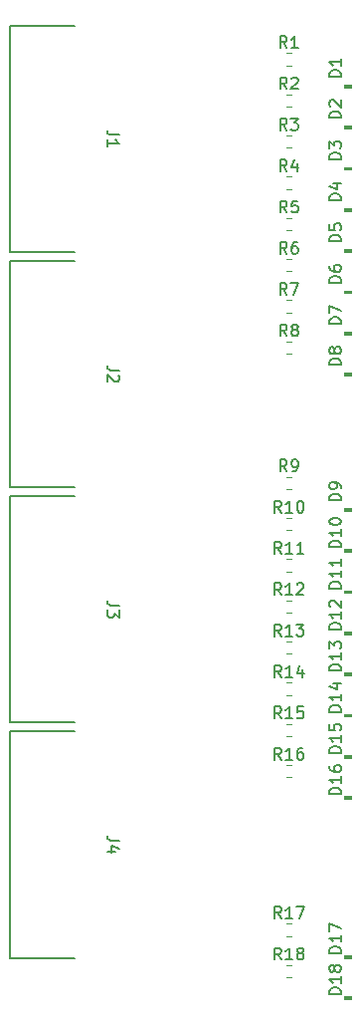
<source format=gbr>
%TF.GenerationSoftware,KiCad,Pcbnew,9.0.0*%
%TF.CreationDate,2025-03-09T10:14:36+03:00*%
%TF.ProjectId,PM_LED-18,504d5f4c-4544-42d3-9138-2e6b69636164,rev?*%
%TF.SameCoordinates,Original*%
%TF.FileFunction,Legend,Top*%
%TF.FilePolarity,Positive*%
%FSLAX46Y46*%
G04 Gerber Fmt 4.6, Leading zero omitted, Abs format (unit mm)*
G04 Created by KiCad (PCBNEW 9.0.0) date 2025-03-09 10:14:36*
%MOMM*%
%LPD*%
G01*
G04 APERTURE LIST*
%ADD10C,0.150000*%
%ADD11C,0.120000*%
%ADD12C,0.100000*%
%ADD13C,0.152400*%
G04 APERTURE END LIST*
D10*
X8833333Y23725181D02*
X8500000Y24201372D01*
X8261905Y23725181D02*
X8261905Y24725181D01*
X8261905Y24725181D02*
X8642857Y24725181D01*
X8642857Y24725181D02*
X8738095Y24677562D01*
X8738095Y24677562D02*
X8785714Y24629943D01*
X8785714Y24629943D02*
X8833333Y24534705D01*
X8833333Y24534705D02*
X8833333Y24391848D01*
X8833333Y24391848D02*
X8785714Y24296610D01*
X8785714Y24296610D02*
X8738095Y24248991D01*
X8738095Y24248991D02*
X8642857Y24201372D01*
X8642857Y24201372D02*
X8261905Y24201372D01*
X9738095Y24725181D02*
X9261905Y24725181D01*
X9261905Y24725181D02*
X9214286Y24248991D01*
X9214286Y24248991D02*
X9261905Y24296610D01*
X9261905Y24296610D02*
X9357143Y24344229D01*
X9357143Y24344229D02*
X9595238Y24344229D01*
X9595238Y24344229D02*
X9690476Y24296610D01*
X9690476Y24296610D02*
X9738095Y24248991D01*
X9738095Y24248991D02*
X9785714Y24153753D01*
X9785714Y24153753D02*
X9785714Y23915658D01*
X9785714Y23915658D02*
X9738095Y23820420D01*
X9738095Y23820420D02*
X9690476Y23772800D01*
X9690476Y23772800D02*
X9595238Y23725181D01*
X9595238Y23725181D02*
X9357143Y23725181D01*
X9357143Y23725181D02*
X9261905Y23772800D01*
X9261905Y23772800D02*
X9214286Y23820420D01*
X13454819Y-11714285D02*
X12454819Y-11714285D01*
X12454819Y-11714285D02*
X12454819Y-11476190D01*
X12454819Y-11476190D02*
X12502438Y-11333333D01*
X12502438Y-11333333D02*
X12597676Y-11238095D01*
X12597676Y-11238095D02*
X12692914Y-11190476D01*
X12692914Y-11190476D02*
X12883390Y-11142857D01*
X12883390Y-11142857D02*
X13026247Y-11142857D01*
X13026247Y-11142857D02*
X13216723Y-11190476D01*
X13216723Y-11190476D02*
X13311961Y-11238095D01*
X13311961Y-11238095D02*
X13407200Y-11333333D01*
X13407200Y-11333333D02*
X13454819Y-11476190D01*
X13454819Y-11476190D02*
X13454819Y-11714285D01*
X13454819Y-10190476D02*
X13454819Y-10761904D01*
X13454819Y-10476190D02*
X12454819Y-10476190D01*
X12454819Y-10476190D02*
X12597676Y-10571428D01*
X12597676Y-10571428D02*
X12692914Y-10666666D01*
X12692914Y-10666666D02*
X12740533Y-10761904D01*
X12550057Y-9809523D02*
X12502438Y-9761904D01*
X12502438Y-9761904D02*
X12454819Y-9666666D01*
X12454819Y-9666666D02*
X12454819Y-9428571D01*
X12454819Y-9428571D02*
X12502438Y-9333333D01*
X12502438Y-9333333D02*
X12550057Y-9285714D01*
X12550057Y-9285714D02*
X12645295Y-9238095D01*
X12645295Y-9238095D02*
X12740533Y-9238095D01*
X12740533Y-9238095D02*
X12883390Y-9285714D01*
X12883390Y-9285714D02*
X13454819Y-9857142D01*
X13454819Y-9857142D02*
X13454819Y-9238095D01*
X8357142Y-1774819D02*
X8023809Y-1298628D01*
X7785714Y-1774819D02*
X7785714Y-774819D01*
X7785714Y-774819D02*
X8166666Y-774819D01*
X8166666Y-774819D02*
X8261904Y-822438D01*
X8261904Y-822438D02*
X8309523Y-870057D01*
X8309523Y-870057D02*
X8357142Y-965295D01*
X8357142Y-965295D02*
X8357142Y-1108152D01*
X8357142Y-1108152D02*
X8309523Y-1203390D01*
X8309523Y-1203390D02*
X8261904Y-1251009D01*
X8261904Y-1251009D02*
X8166666Y-1298628D01*
X8166666Y-1298628D02*
X7785714Y-1298628D01*
X9309523Y-1774819D02*
X8738095Y-1774819D01*
X9023809Y-1774819D02*
X9023809Y-774819D01*
X9023809Y-774819D02*
X8928571Y-917676D01*
X8928571Y-917676D02*
X8833333Y-1012914D01*
X8833333Y-1012914D02*
X8738095Y-1060533D01*
X9928571Y-774819D02*
X10023809Y-774819D01*
X10023809Y-774819D02*
X10119047Y-822438D01*
X10119047Y-822438D02*
X10166666Y-870057D01*
X10166666Y-870057D02*
X10214285Y-965295D01*
X10214285Y-965295D02*
X10261904Y-1155771D01*
X10261904Y-1155771D02*
X10261904Y-1393866D01*
X10261904Y-1393866D02*
X10214285Y-1584342D01*
X10214285Y-1584342D02*
X10166666Y-1679580D01*
X10166666Y-1679580D02*
X10119047Y-1727200D01*
X10119047Y-1727200D02*
X10023809Y-1774819D01*
X10023809Y-1774819D02*
X9928571Y-1774819D01*
X9928571Y-1774819D02*
X9833333Y-1727200D01*
X9833333Y-1727200D02*
X9785714Y-1679580D01*
X9785714Y-1679580D02*
X9738095Y-1584342D01*
X9738095Y-1584342D02*
X9690476Y-1393866D01*
X9690476Y-1393866D02*
X9690476Y-1155771D01*
X9690476Y-1155771D02*
X9738095Y-965295D01*
X9738095Y-965295D02*
X9785714Y-870057D01*
X9785714Y-870057D02*
X9833333Y-822438D01*
X9833333Y-822438D02*
X9928571Y-774819D01*
X13454819Y31761906D02*
X12454819Y31761906D01*
X12454819Y31761906D02*
X12454819Y32000001D01*
X12454819Y32000001D02*
X12502438Y32142858D01*
X12502438Y32142858D02*
X12597676Y32238096D01*
X12597676Y32238096D02*
X12692914Y32285715D01*
X12692914Y32285715D02*
X12883390Y32333334D01*
X12883390Y32333334D02*
X13026247Y32333334D01*
X13026247Y32333334D02*
X13216723Y32285715D01*
X13216723Y32285715D02*
X13311961Y32238096D01*
X13311961Y32238096D02*
X13407200Y32142858D01*
X13407200Y32142858D02*
X13454819Y32000001D01*
X13454819Y32000001D02*
X13454819Y31761906D01*
X12550057Y32714287D02*
X12502438Y32761906D01*
X12502438Y32761906D02*
X12454819Y32857144D01*
X12454819Y32857144D02*
X12454819Y33095239D01*
X12454819Y33095239D02*
X12502438Y33190477D01*
X12502438Y33190477D02*
X12550057Y33238096D01*
X12550057Y33238096D02*
X12645295Y33285715D01*
X12645295Y33285715D02*
X12740533Y33285715D01*
X12740533Y33285715D02*
X12883390Y33238096D01*
X12883390Y33238096D02*
X13454819Y32666668D01*
X13454819Y32666668D02*
X13454819Y33285715D01*
X13454819Y28261906D02*
X12454819Y28261906D01*
X12454819Y28261906D02*
X12454819Y28500001D01*
X12454819Y28500001D02*
X12502438Y28642858D01*
X12502438Y28642858D02*
X12597676Y28738096D01*
X12597676Y28738096D02*
X12692914Y28785715D01*
X12692914Y28785715D02*
X12883390Y28833334D01*
X12883390Y28833334D02*
X13026247Y28833334D01*
X13026247Y28833334D02*
X13216723Y28785715D01*
X13216723Y28785715D02*
X13311961Y28738096D01*
X13311961Y28738096D02*
X13407200Y28642858D01*
X13407200Y28642858D02*
X13454819Y28500001D01*
X13454819Y28500001D02*
X13454819Y28261906D01*
X12454819Y29166668D02*
X12454819Y29785715D01*
X12454819Y29785715D02*
X12835771Y29452382D01*
X12835771Y29452382D02*
X12835771Y29595239D01*
X12835771Y29595239D02*
X12883390Y29690477D01*
X12883390Y29690477D02*
X12931009Y29738096D01*
X12931009Y29738096D02*
X13026247Y29785715D01*
X13026247Y29785715D02*
X13264342Y29785715D01*
X13264342Y29785715D02*
X13359580Y29738096D01*
X13359580Y29738096D02*
X13407200Y29690477D01*
X13407200Y29690477D02*
X13454819Y29595239D01*
X13454819Y29595239D02*
X13454819Y29309525D01*
X13454819Y29309525D02*
X13407200Y29214287D01*
X13407200Y29214287D02*
X13359580Y29166668D01*
X8833333Y1725181D02*
X8500000Y2201372D01*
X8261905Y1725181D02*
X8261905Y2725181D01*
X8261905Y2725181D02*
X8642857Y2725181D01*
X8642857Y2725181D02*
X8738095Y2677562D01*
X8738095Y2677562D02*
X8785714Y2629943D01*
X8785714Y2629943D02*
X8833333Y2534705D01*
X8833333Y2534705D02*
X8833333Y2391848D01*
X8833333Y2391848D02*
X8785714Y2296610D01*
X8785714Y2296610D02*
X8738095Y2248991D01*
X8738095Y2248991D02*
X8642857Y2201372D01*
X8642857Y2201372D02*
X8261905Y2201372D01*
X9309524Y1725181D02*
X9500000Y1725181D01*
X9500000Y1725181D02*
X9595238Y1772800D01*
X9595238Y1772800D02*
X9642857Y1820420D01*
X9642857Y1820420D02*
X9738095Y1963277D01*
X9738095Y1963277D02*
X9785714Y2153753D01*
X9785714Y2153753D02*
X9785714Y2534705D01*
X9785714Y2534705D02*
X9738095Y2629943D01*
X9738095Y2629943D02*
X9690476Y2677562D01*
X9690476Y2677562D02*
X9595238Y2725181D01*
X9595238Y2725181D02*
X9404762Y2725181D01*
X9404762Y2725181D02*
X9309524Y2677562D01*
X9309524Y2677562D02*
X9261905Y2629943D01*
X9261905Y2629943D02*
X9214286Y2534705D01*
X9214286Y2534705D02*
X9214286Y2296610D01*
X9214286Y2296610D02*
X9261905Y2201372D01*
X9261905Y2201372D02*
X9309524Y2153753D01*
X9309524Y2153753D02*
X9404762Y2106134D01*
X9404762Y2106134D02*
X9595238Y2106134D01*
X9595238Y2106134D02*
X9690476Y2153753D01*
X9690476Y2153753D02*
X9738095Y2201372D01*
X9738095Y2201372D02*
X9785714Y2296610D01*
X8833333Y30725181D02*
X8500000Y31201372D01*
X8261905Y30725181D02*
X8261905Y31725181D01*
X8261905Y31725181D02*
X8642857Y31725181D01*
X8642857Y31725181D02*
X8738095Y31677562D01*
X8738095Y31677562D02*
X8785714Y31629943D01*
X8785714Y31629943D02*
X8833333Y31534705D01*
X8833333Y31534705D02*
X8833333Y31391848D01*
X8833333Y31391848D02*
X8785714Y31296610D01*
X8785714Y31296610D02*
X8738095Y31248991D01*
X8738095Y31248991D02*
X8642857Y31201372D01*
X8642857Y31201372D02*
X8261905Y31201372D01*
X9166667Y31725181D02*
X9785714Y31725181D01*
X9785714Y31725181D02*
X9452381Y31344229D01*
X9452381Y31344229D02*
X9595238Y31344229D01*
X9595238Y31344229D02*
X9690476Y31296610D01*
X9690476Y31296610D02*
X9738095Y31248991D01*
X9738095Y31248991D02*
X9785714Y31153753D01*
X9785714Y31153753D02*
X9785714Y30915658D01*
X9785714Y30915658D02*
X9738095Y30820420D01*
X9738095Y30820420D02*
X9690476Y30772800D01*
X9690476Y30772800D02*
X9595238Y30725181D01*
X9595238Y30725181D02*
X9309524Y30725181D01*
X9309524Y30725181D02*
X9214286Y30772800D01*
X9214286Y30772800D02*
X9166667Y30820420D01*
X8833333Y27225181D02*
X8500000Y27701372D01*
X8261905Y27225181D02*
X8261905Y28225181D01*
X8261905Y28225181D02*
X8642857Y28225181D01*
X8642857Y28225181D02*
X8738095Y28177562D01*
X8738095Y28177562D02*
X8785714Y28129943D01*
X8785714Y28129943D02*
X8833333Y28034705D01*
X8833333Y28034705D02*
X8833333Y27891848D01*
X8833333Y27891848D02*
X8785714Y27796610D01*
X8785714Y27796610D02*
X8738095Y27748991D01*
X8738095Y27748991D02*
X8642857Y27701372D01*
X8642857Y27701372D02*
X8261905Y27701372D01*
X9690476Y27891848D02*
X9690476Y27225181D01*
X9452381Y28272800D02*
X9214286Y27558515D01*
X9214286Y27558515D02*
X9833333Y27558515D01*
X-5454820Y30333334D02*
X-6169105Y30333334D01*
X-6169105Y30333334D02*
X-6311962Y30380953D01*
X-6311962Y30380953D02*
X-6407200Y30476191D01*
X-6407200Y30476191D02*
X-6454820Y30619048D01*
X-6454820Y30619048D02*
X-6454820Y30714286D01*
X-6454820Y29333334D02*
X-6454820Y29904762D01*
X-6454820Y29619048D02*
X-5454820Y29619048D01*
X-5454820Y29619048D02*
X-5597677Y29714286D01*
X-5597677Y29714286D02*
X-5692915Y29809524D01*
X-5692915Y29809524D02*
X-5740534Y29904762D01*
X8357142Y-8774819D02*
X8023809Y-8298628D01*
X7785714Y-8774819D02*
X7785714Y-7774819D01*
X7785714Y-7774819D02*
X8166666Y-7774819D01*
X8166666Y-7774819D02*
X8261904Y-7822438D01*
X8261904Y-7822438D02*
X8309523Y-7870057D01*
X8309523Y-7870057D02*
X8357142Y-7965295D01*
X8357142Y-7965295D02*
X8357142Y-8108152D01*
X8357142Y-8108152D02*
X8309523Y-8203390D01*
X8309523Y-8203390D02*
X8261904Y-8251009D01*
X8261904Y-8251009D02*
X8166666Y-8298628D01*
X8166666Y-8298628D02*
X7785714Y-8298628D01*
X9309523Y-8774819D02*
X8738095Y-8774819D01*
X9023809Y-8774819D02*
X9023809Y-7774819D01*
X9023809Y-7774819D02*
X8928571Y-7917676D01*
X8928571Y-7917676D02*
X8833333Y-8012914D01*
X8833333Y-8012914D02*
X8738095Y-8060533D01*
X9690476Y-7870057D02*
X9738095Y-7822438D01*
X9738095Y-7822438D02*
X9833333Y-7774819D01*
X9833333Y-7774819D02*
X10071428Y-7774819D01*
X10071428Y-7774819D02*
X10166666Y-7822438D01*
X10166666Y-7822438D02*
X10214285Y-7870057D01*
X10214285Y-7870057D02*
X10261904Y-7965295D01*
X10261904Y-7965295D02*
X10261904Y-8060533D01*
X10261904Y-8060533D02*
X10214285Y-8203390D01*
X10214285Y-8203390D02*
X9642857Y-8774819D01*
X9642857Y-8774819D02*
X10261904Y-8774819D01*
X13454819Y-4714285D02*
X12454819Y-4714285D01*
X12454819Y-4714285D02*
X12454819Y-4476190D01*
X12454819Y-4476190D02*
X12502438Y-4333333D01*
X12502438Y-4333333D02*
X12597676Y-4238095D01*
X12597676Y-4238095D02*
X12692914Y-4190476D01*
X12692914Y-4190476D02*
X12883390Y-4142857D01*
X12883390Y-4142857D02*
X13026247Y-4142857D01*
X13026247Y-4142857D02*
X13216723Y-4190476D01*
X13216723Y-4190476D02*
X13311961Y-4238095D01*
X13311961Y-4238095D02*
X13407200Y-4333333D01*
X13407200Y-4333333D02*
X13454819Y-4476190D01*
X13454819Y-4476190D02*
X13454819Y-4714285D01*
X13454819Y-3190476D02*
X13454819Y-3761904D01*
X13454819Y-3476190D02*
X12454819Y-3476190D01*
X12454819Y-3476190D02*
X12597676Y-3571428D01*
X12597676Y-3571428D02*
X12692914Y-3666666D01*
X12692914Y-3666666D02*
X12740533Y-3761904D01*
X12454819Y-2571428D02*
X12454819Y-2476190D01*
X12454819Y-2476190D02*
X12502438Y-2380952D01*
X12502438Y-2380952D02*
X12550057Y-2333333D01*
X12550057Y-2333333D02*
X12645295Y-2285714D01*
X12645295Y-2285714D02*
X12835771Y-2238095D01*
X12835771Y-2238095D02*
X13073866Y-2238095D01*
X13073866Y-2238095D02*
X13264342Y-2285714D01*
X13264342Y-2285714D02*
X13359580Y-2333333D01*
X13359580Y-2333333D02*
X13407200Y-2380952D01*
X13407200Y-2380952D02*
X13454819Y-2476190D01*
X13454819Y-2476190D02*
X13454819Y-2571428D01*
X13454819Y-2571428D02*
X13407200Y-2666666D01*
X13407200Y-2666666D02*
X13359580Y-2714285D01*
X13359580Y-2714285D02*
X13264342Y-2761904D01*
X13264342Y-2761904D02*
X13073866Y-2809523D01*
X13073866Y-2809523D02*
X12835771Y-2809523D01*
X12835771Y-2809523D02*
X12645295Y-2761904D01*
X12645295Y-2761904D02*
X12550057Y-2714285D01*
X12550057Y-2714285D02*
X12502438Y-2666666D01*
X12502438Y-2666666D02*
X12454819Y-2571428D01*
X8357142Y-15774819D02*
X8023809Y-15298628D01*
X7785714Y-15774819D02*
X7785714Y-14774819D01*
X7785714Y-14774819D02*
X8166666Y-14774819D01*
X8166666Y-14774819D02*
X8261904Y-14822438D01*
X8261904Y-14822438D02*
X8309523Y-14870057D01*
X8309523Y-14870057D02*
X8357142Y-14965295D01*
X8357142Y-14965295D02*
X8357142Y-15108152D01*
X8357142Y-15108152D02*
X8309523Y-15203390D01*
X8309523Y-15203390D02*
X8261904Y-15251009D01*
X8261904Y-15251009D02*
X8166666Y-15298628D01*
X8166666Y-15298628D02*
X7785714Y-15298628D01*
X9309523Y-15774819D02*
X8738095Y-15774819D01*
X9023809Y-15774819D02*
X9023809Y-14774819D01*
X9023809Y-14774819D02*
X8928571Y-14917676D01*
X8928571Y-14917676D02*
X8833333Y-15012914D01*
X8833333Y-15012914D02*
X8738095Y-15060533D01*
X10166666Y-15108152D02*
X10166666Y-15774819D01*
X9928571Y-14727200D02*
X9690476Y-15441485D01*
X9690476Y-15441485D02*
X10309523Y-15441485D01*
X13454819Y10761906D02*
X12454819Y10761906D01*
X12454819Y10761906D02*
X12454819Y11000001D01*
X12454819Y11000001D02*
X12502438Y11142858D01*
X12502438Y11142858D02*
X12597676Y11238096D01*
X12597676Y11238096D02*
X12692914Y11285715D01*
X12692914Y11285715D02*
X12883390Y11333334D01*
X12883390Y11333334D02*
X13026247Y11333334D01*
X13026247Y11333334D02*
X13216723Y11285715D01*
X13216723Y11285715D02*
X13311961Y11238096D01*
X13311961Y11238096D02*
X13407200Y11142858D01*
X13407200Y11142858D02*
X13454819Y11000001D01*
X13454819Y11000001D02*
X13454819Y10761906D01*
X12883390Y11904763D02*
X12835771Y11809525D01*
X12835771Y11809525D02*
X12788152Y11761906D01*
X12788152Y11761906D02*
X12692914Y11714287D01*
X12692914Y11714287D02*
X12645295Y11714287D01*
X12645295Y11714287D02*
X12550057Y11761906D01*
X12550057Y11761906D02*
X12502438Y11809525D01*
X12502438Y11809525D02*
X12454819Y11904763D01*
X12454819Y11904763D02*
X12454819Y12095239D01*
X12454819Y12095239D02*
X12502438Y12190477D01*
X12502438Y12190477D02*
X12550057Y12238096D01*
X12550057Y12238096D02*
X12645295Y12285715D01*
X12645295Y12285715D02*
X12692914Y12285715D01*
X12692914Y12285715D02*
X12788152Y12238096D01*
X12788152Y12238096D02*
X12835771Y12190477D01*
X12835771Y12190477D02*
X12883390Y12095239D01*
X12883390Y12095239D02*
X12883390Y11904763D01*
X12883390Y11904763D02*
X12931009Y11809525D01*
X12931009Y11809525D02*
X12978628Y11761906D01*
X12978628Y11761906D02*
X13073866Y11714287D01*
X13073866Y11714287D02*
X13264342Y11714287D01*
X13264342Y11714287D02*
X13359580Y11761906D01*
X13359580Y11761906D02*
X13407200Y11809525D01*
X13407200Y11809525D02*
X13454819Y11904763D01*
X13454819Y11904763D02*
X13454819Y12095239D01*
X13454819Y12095239D02*
X13407200Y12190477D01*
X13407200Y12190477D02*
X13359580Y12238096D01*
X13359580Y12238096D02*
X13264342Y12285715D01*
X13264342Y12285715D02*
X13073866Y12285715D01*
X13073866Y12285715D02*
X12978628Y12238096D01*
X12978628Y12238096D02*
X12931009Y12190477D01*
X12931009Y12190477D02*
X12883390Y12095239D01*
X13454819Y-39214285D02*
X12454819Y-39214285D01*
X12454819Y-39214285D02*
X12454819Y-38976190D01*
X12454819Y-38976190D02*
X12502438Y-38833333D01*
X12502438Y-38833333D02*
X12597676Y-38738095D01*
X12597676Y-38738095D02*
X12692914Y-38690476D01*
X12692914Y-38690476D02*
X12883390Y-38642857D01*
X12883390Y-38642857D02*
X13026247Y-38642857D01*
X13026247Y-38642857D02*
X13216723Y-38690476D01*
X13216723Y-38690476D02*
X13311961Y-38738095D01*
X13311961Y-38738095D02*
X13407200Y-38833333D01*
X13407200Y-38833333D02*
X13454819Y-38976190D01*
X13454819Y-38976190D02*
X13454819Y-39214285D01*
X13454819Y-37690476D02*
X13454819Y-38261904D01*
X13454819Y-37976190D02*
X12454819Y-37976190D01*
X12454819Y-37976190D02*
X12597676Y-38071428D01*
X12597676Y-38071428D02*
X12692914Y-38166666D01*
X12692914Y-38166666D02*
X12740533Y-38261904D01*
X12454819Y-37357142D02*
X12454819Y-36690476D01*
X12454819Y-36690476D02*
X13454819Y-37119047D01*
X8357142Y-36274819D02*
X8023809Y-35798628D01*
X7785714Y-36274819D02*
X7785714Y-35274819D01*
X7785714Y-35274819D02*
X8166666Y-35274819D01*
X8166666Y-35274819D02*
X8261904Y-35322438D01*
X8261904Y-35322438D02*
X8309523Y-35370057D01*
X8309523Y-35370057D02*
X8357142Y-35465295D01*
X8357142Y-35465295D02*
X8357142Y-35608152D01*
X8357142Y-35608152D02*
X8309523Y-35703390D01*
X8309523Y-35703390D02*
X8261904Y-35751009D01*
X8261904Y-35751009D02*
X8166666Y-35798628D01*
X8166666Y-35798628D02*
X7785714Y-35798628D01*
X9309523Y-36274819D02*
X8738095Y-36274819D01*
X9023809Y-36274819D02*
X9023809Y-35274819D01*
X9023809Y-35274819D02*
X8928571Y-35417676D01*
X8928571Y-35417676D02*
X8833333Y-35512914D01*
X8833333Y-35512914D02*
X8738095Y-35560533D01*
X9642857Y-35274819D02*
X10309523Y-35274819D01*
X10309523Y-35274819D02*
X9880952Y-36274819D01*
X13454819Y-738094D02*
X12454819Y-738094D01*
X12454819Y-738094D02*
X12454819Y-499999D01*
X12454819Y-499999D02*
X12502438Y-357142D01*
X12502438Y-357142D02*
X12597676Y-261904D01*
X12597676Y-261904D02*
X12692914Y-214285D01*
X12692914Y-214285D02*
X12883390Y-166666D01*
X12883390Y-166666D02*
X13026247Y-166666D01*
X13026247Y-166666D02*
X13216723Y-214285D01*
X13216723Y-214285D02*
X13311961Y-261904D01*
X13311961Y-261904D02*
X13407200Y-357142D01*
X13407200Y-357142D02*
X13454819Y-499999D01*
X13454819Y-499999D02*
X13454819Y-738094D01*
X13454819Y309525D02*
X13454819Y500001D01*
X13454819Y500001D02*
X13407200Y595239D01*
X13407200Y595239D02*
X13359580Y642858D01*
X13359580Y642858D02*
X13216723Y738096D01*
X13216723Y738096D02*
X13026247Y785715D01*
X13026247Y785715D02*
X12645295Y785715D01*
X12645295Y785715D02*
X12550057Y738096D01*
X12550057Y738096D02*
X12502438Y690477D01*
X12502438Y690477D02*
X12454819Y595239D01*
X12454819Y595239D02*
X12454819Y404763D01*
X12454819Y404763D02*
X12502438Y309525D01*
X12502438Y309525D02*
X12550057Y261906D01*
X12550057Y261906D02*
X12645295Y214287D01*
X12645295Y214287D02*
X12883390Y214287D01*
X12883390Y214287D02*
X12978628Y261906D01*
X12978628Y261906D02*
X13026247Y309525D01*
X13026247Y309525D02*
X13073866Y404763D01*
X13073866Y404763D02*
X13073866Y595239D01*
X13073866Y595239D02*
X13026247Y690477D01*
X13026247Y690477D02*
X12978628Y738096D01*
X12978628Y738096D02*
X12883390Y785715D01*
X8833333Y16725181D02*
X8500000Y17201372D01*
X8261905Y16725181D02*
X8261905Y17725181D01*
X8261905Y17725181D02*
X8642857Y17725181D01*
X8642857Y17725181D02*
X8738095Y17677562D01*
X8738095Y17677562D02*
X8785714Y17629943D01*
X8785714Y17629943D02*
X8833333Y17534705D01*
X8833333Y17534705D02*
X8833333Y17391848D01*
X8833333Y17391848D02*
X8785714Y17296610D01*
X8785714Y17296610D02*
X8738095Y17248991D01*
X8738095Y17248991D02*
X8642857Y17201372D01*
X8642857Y17201372D02*
X8261905Y17201372D01*
X9166667Y17725181D02*
X9833333Y17725181D01*
X9833333Y17725181D02*
X9404762Y16725181D01*
X8357142Y-39774819D02*
X8023809Y-39298628D01*
X7785714Y-39774819D02*
X7785714Y-38774819D01*
X7785714Y-38774819D02*
X8166666Y-38774819D01*
X8166666Y-38774819D02*
X8261904Y-38822438D01*
X8261904Y-38822438D02*
X8309523Y-38870057D01*
X8309523Y-38870057D02*
X8357142Y-38965295D01*
X8357142Y-38965295D02*
X8357142Y-39108152D01*
X8357142Y-39108152D02*
X8309523Y-39203390D01*
X8309523Y-39203390D02*
X8261904Y-39251009D01*
X8261904Y-39251009D02*
X8166666Y-39298628D01*
X8166666Y-39298628D02*
X7785714Y-39298628D01*
X9309523Y-39774819D02*
X8738095Y-39774819D01*
X9023809Y-39774819D02*
X9023809Y-38774819D01*
X9023809Y-38774819D02*
X8928571Y-38917676D01*
X8928571Y-38917676D02*
X8833333Y-39012914D01*
X8833333Y-39012914D02*
X8738095Y-39060533D01*
X9880952Y-39203390D02*
X9785714Y-39155771D01*
X9785714Y-39155771D02*
X9738095Y-39108152D01*
X9738095Y-39108152D02*
X9690476Y-39012914D01*
X9690476Y-39012914D02*
X9690476Y-38965295D01*
X9690476Y-38965295D02*
X9738095Y-38870057D01*
X9738095Y-38870057D02*
X9785714Y-38822438D01*
X9785714Y-38822438D02*
X9880952Y-38774819D01*
X9880952Y-38774819D02*
X10071428Y-38774819D01*
X10071428Y-38774819D02*
X10166666Y-38822438D01*
X10166666Y-38822438D02*
X10214285Y-38870057D01*
X10214285Y-38870057D02*
X10261904Y-38965295D01*
X10261904Y-38965295D02*
X10261904Y-39012914D01*
X10261904Y-39012914D02*
X10214285Y-39108152D01*
X10214285Y-39108152D02*
X10166666Y-39155771D01*
X10166666Y-39155771D02*
X10071428Y-39203390D01*
X10071428Y-39203390D02*
X9880952Y-39203390D01*
X9880952Y-39203390D02*
X9785714Y-39251009D01*
X9785714Y-39251009D02*
X9738095Y-39298628D01*
X9738095Y-39298628D02*
X9690476Y-39393866D01*
X9690476Y-39393866D02*
X9690476Y-39584342D01*
X9690476Y-39584342D02*
X9738095Y-39679580D01*
X9738095Y-39679580D02*
X9785714Y-39727200D01*
X9785714Y-39727200D02*
X9880952Y-39774819D01*
X9880952Y-39774819D02*
X10071428Y-39774819D01*
X10071428Y-39774819D02*
X10166666Y-39727200D01*
X10166666Y-39727200D02*
X10214285Y-39679580D01*
X10214285Y-39679580D02*
X10261904Y-39584342D01*
X10261904Y-39584342D02*
X10261904Y-39393866D01*
X10261904Y-39393866D02*
X10214285Y-39298628D01*
X10214285Y-39298628D02*
X10166666Y-39251009D01*
X10166666Y-39251009D02*
X10071428Y-39203390D01*
X8357142Y-19274819D02*
X8023809Y-18798628D01*
X7785714Y-19274819D02*
X7785714Y-18274819D01*
X7785714Y-18274819D02*
X8166666Y-18274819D01*
X8166666Y-18274819D02*
X8261904Y-18322438D01*
X8261904Y-18322438D02*
X8309523Y-18370057D01*
X8309523Y-18370057D02*
X8357142Y-18465295D01*
X8357142Y-18465295D02*
X8357142Y-18608152D01*
X8357142Y-18608152D02*
X8309523Y-18703390D01*
X8309523Y-18703390D02*
X8261904Y-18751009D01*
X8261904Y-18751009D02*
X8166666Y-18798628D01*
X8166666Y-18798628D02*
X7785714Y-18798628D01*
X9309523Y-19274819D02*
X8738095Y-19274819D01*
X9023809Y-19274819D02*
X9023809Y-18274819D01*
X9023809Y-18274819D02*
X8928571Y-18417676D01*
X8928571Y-18417676D02*
X8833333Y-18512914D01*
X8833333Y-18512914D02*
X8738095Y-18560533D01*
X10214285Y-18274819D02*
X9738095Y-18274819D01*
X9738095Y-18274819D02*
X9690476Y-18751009D01*
X9690476Y-18751009D02*
X9738095Y-18703390D01*
X9738095Y-18703390D02*
X9833333Y-18655771D01*
X9833333Y-18655771D02*
X10071428Y-18655771D01*
X10071428Y-18655771D02*
X10166666Y-18703390D01*
X10166666Y-18703390D02*
X10214285Y-18751009D01*
X10214285Y-18751009D02*
X10261904Y-18846247D01*
X10261904Y-18846247D02*
X10261904Y-19084342D01*
X10261904Y-19084342D02*
X10214285Y-19179580D01*
X10214285Y-19179580D02*
X10166666Y-19227200D01*
X10166666Y-19227200D02*
X10071428Y-19274819D01*
X10071428Y-19274819D02*
X9833333Y-19274819D01*
X9833333Y-19274819D02*
X9738095Y-19227200D01*
X9738095Y-19227200D02*
X9690476Y-19179580D01*
X8357142Y-22774819D02*
X8023809Y-22298628D01*
X7785714Y-22774819D02*
X7785714Y-21774819D01*
X7785714Y-21774819D02*
X8166666Y-21774819D01*
X8166666Y-21774819D02*
X8261904Y-21822438D01*
X8261904Y-21822438D02*
X8309523Y-21870057D01*
X8309523Y-21870057D02*
X8357142Y-21965295D01*
X8357142Y-21965295D02*
X8357142Y-22108152D01*
X8357142Y-22108152D02*
X8309523Y-22203390D01*
X8309523Y-22203390D02*
X8261904Y-22251009D01*
X8261904Y-22251009D02*
X8166666Y-22298628D01*
X8166666Y-22298628D02*
X7785714Y-22298628D01*
X9309523Y-22774819D02*
X8738095Y-22774819D01*
X9023809Y-22774819D02*
X9023809Y-21774819D01*
X9023809Y-21774819D02*
X8928571Y-21917676D01*
X8928571Y-21917676D02*
X8833333Y-22012914D01*
X8833333Y-22012914D02*
X8738095Y-22060533D01*
X10166666Y-21774819D02*
X9976190Y-21774819D01*
X9976190Y-21774819D02*
X9880952Y-21822438D01*
X9880952Y-21822438D02*
X9833333Y-21870057D01*
X9833333Y-21870057D02*
X9738095Y-22012914D01*
X9738095Y-22012914D02*
X9690476Y-22203390D01*
X9690476Y-22203390D02*
X9690476Y-22584342D01*
X9690476Y-22584342D02*
X9738095Y-22679580D01*
X9738095Y-22679580D02*
X9785714Y-22727200D01*
X9785714Y-22727200D02*
X9880952Y-22774819D01*
X9880952Y-22774819D02*
X10071428Y-22774819D01*
X10071428Y-22774819D02*
X10166666Y-22727200D01*
X10166666Y-22727200D02*
X10214285Y-22679580D01*
X10214285Y-22679580D02*
X10261904Y-22584342D01*
X10261904Y-22584342D02*
X10261904Y-22346247D01*
X10261904Y-22346247D02*
X10214285Y-22251009D01*
X10214285Y-22251009D02*
X10166666Y-22203390D01*
X10166666Y-22203390D02*
X10071428Y-22155771D01*
X10071428Y-22155771D02*
X9880952Y-22155771D01*
X9880952Y-22155771D02*
X9785714Y-22203390D01*
X9785714Y-22203390D02*
X9738095Y-22251009D01*
X9738095Y-22251009D02*
X9690476Y-22346247D01*
X13454819Y-8214285D02*
X12454819Y-8214285D01*
X12454819Y-8214285D02*
X12454819Y-7976190D01*
X12454819Y-7976190D02*
X12502438Y-7833333D01*
X12502438Y-7833333D02*
X12597676Y-7738095D01*
X12597676Y-7738095D02*
X12692914Y-7690476D01*
X12692914Y-7690476D02*
X12883390Y-7642857D01*
X12883390Y-7642857D02*
X13026247Y-7642857D01*
X13026247Y-7642857D02*
X13216723Y-7690476D01*
X13216723Y-7690476D02*
X13311961Y-7738095D01*
X13311961Y-7738095D02*
X13407200Y-7833333D01*
X13407200Y-7833333D02*
X13454819Y-7976190D01*
X13454819Y-7976190D02*
X13454819Y-8214285D01*
X13454819Y-6690476D02*
X13454819Y-7261904D01*
X13454819Y-6976190D02*
X12454819Y-6976190D01*
X12454819Y-6976190D02*
X12597676Y-7071428D01*
X12597676Y-7071428D02*
X12692914Y-7166666D01*
X12692914Y-7166666D02*
X12740533Y-7261904D01*
X13454819Y-5738095D02*
X13454819Y-6309523D01*
X13454819Y-6023809D02*
X12454819Y-6023809D01*
X12454819Y-6023809D02*
X12597676Y-6119047D01*
X12597676Y-6119047D02*
X12692914Y-6214285D01*
X12692914Y-6214285D02*
X12740533Y-6309523D01*
X13454819Y14261906D02*
X12454819Y14261906D01*
X12454819Y14261906D02*
X12454819Y14500001D01*
X12454819Y14500001D02*
X12502438Y14642858D01*
X12502438Y14642858D02*
X12597676Y14738096D01*
X12597676Y14738096D02*
X12692914Y14785715D01*
X12692914Y14785715D02*
X12883390Y14833334D01*
X12883390Y14833334D02*
X13026247Y14833334D01*
X13026247Y14833334D02*
X13216723Y14785715D01*
X13216723Y14785715D02*
X13311961Y14738096D01*
X13311961Y14738096D02*
X13407200Y14642858D01*
X13407200Y14642858D02*
X13454819Y14500001D01*
X13454819Y14500001D02*
X13454819Y14261906D01*
X12454819Y15166668D02*
X12454819Y15833334D01*
X12454819Y15833334D02*
X13454819Y15404763D01*
X13454819Y35261906D02*
X12454819Y35261906D01*
X12454819Y35261906D02*
X12454819Y35500001D01*
X12454819Y35500001D02*
X12502438Y35642858D01*
X12502438Y35642858D02*
X12597676Y35738096D01*
X12597676Y35738096D02*
X12692914Y35785715D01*
X12692914Y35785715D02*
X12883390Y35833334D01*
X12883390Y35833334D02*
X13026247Y35833334D01*
X13026247Y35833334D02*
X13216723Y35785715D01*
X13216723Y35785715D02*
X13311961Y35738096D01*
X13311961Y35738096D02*
X13407200Y35642858D01*
X13407200Y35642858D02*
X13454819Y35500001D01*
X13454819Y35500001D02*
X13454819Y35261906D01*
X13454819Y36785715D02*
X13454819Y36214287D01*
X13454819Y36500001D02*
X12454819Y36500001D01*
X12454819Y36500001D02*
X12597676Y36404763D01*
X12597676Y36404763D02*
X12692914Y36309525D01*
X12692914Y36309525D02*
X12740533Y36214287D01*
X13454819Y24761906D02*
X12454819Y24761906D01*
X12454819Y24761906D02*
X12454819Y25000001D01*
X12454819Y25000001D02*
X12502438Y25142858D01*
X12502438Y25142858D02*
X12597676Y25238096D01*
X12597676Y25238096D02*
X12692914Y25285715D01*
X12692914Y25285715D02*
X12883390Y25333334D01*
X12883390Y25333334D02*
X13026247Y25333334D01*
X13026247Y25333334D02*
X13216723Y25285715D01*
X13216723Y25285715D02*
X13311961Y25238096D01*
X13311961Y25238096D02*
X13407200Y25142858D01*
X13407200Y25142858D02*
X13454819Y25000001D01*
X13454819Y25000001D02*
X13454819Y24761906D01*
X12788152Y26190477D02*
X13454819Y26190477D01*
X12407200Y25952382D02*
X13121485Y25714287D01*
X13121485Y25714287D02*
X13121485Y26333334D01*
X8833333Y13225181D02*
X8500000Y13701372D01*
X8261905Y13225181D02*
X8261905Y14225181D01*
X8261905Y14225181D02*
X8642857Y14225181D01*
X8642857Y14225181D02*
X8738095Y14177562D01*
X8738095Y14177562D02*
X8785714Y14129943D01*
X8785714Y14129943D02*
X8833333Y14034705D01*
X8833333Y14034705D02*
X8833333Y13891848D01*
X8833333Y13891848D02*
X8785714Y13796610D01*
X8785714Y13796610D02*
X8738095Y13748991D01*
X8738095Y13748991D02*
X8642857Y13701372D01*
X8642857Y13701372D02*
X8261905Y13701372D01*
X9404762Y13796610D02*
X9309524Y13844229D01*
X9309524Y13844229D02*
X9261905Y13891848D01*
X9261905Y13891848D02*
X9214286Y13987086D01*
X9214286Y13987086D02*
X9214286Y14034705D01*
X9214286Y14034705D02*
X9261905Y14129943D01*
X9261905Y14129943D02*
X9309524Y14177562D01*
X9309524Y14177562D02*
X9404762Y14225181D01*
X9404762Y14225181D02*
X9595238Y14225181D01*
X9595238Y14225181D02*
X9690476Y14177562D01*
X9690476Y14177562D02*
X9738095Y14129943D01*
X9738095Y14129943D02*
X9785714Y14034705D01*
X9785714Y14034705D02*
X9785714Y13987086D01*
X9785714Y13987086D02*
X9738095Y13891848D01*
X9738095Y13891848D02*
X9690476Y13844229D01*
X9690476Y13844229D02*
X9595238Y13796610D01*
X9595238Y13796610D02*
X9404762Y13796610D01*
X9404762Y13796610D02*
X9309524Y13748991D01*
X9309524Y13748991D02*
X9261905Y13701372D01*
X9261905Y13701372D02*
X9214286Y13606134D01*
X9214286Y13606134D02*
X9214286Y13415658D01*
X9214286Y13415658D02*
X9261905Y13320420D01*
X9261905Y13320420D02*
X9309524Y13272800D01*
X9309524Y13272800D02*
X9404762Y13225181D01*
X9404762Y13225181D02*
X9595238Y13225181D01*
X9595238Y13225181D02*
X9690476Y13272800D01*
X9690476Y13272800D02*
X9738095Y13320420D01*
X9738095Y13320420D02*
X9785714Y13415658D01*
X9785714Y13415658D02*
X9785714Y13606134D01*
X9785714Y13606134D02*
X9738095Y13701372D01*
X9738095Y13701372D02*
X9690476Y13748991D01*
X9690476Y13748991D02*
X9595238Y13796610D01*
X13454819Y-25714285D02*
X12454819Y-25714285D01*
X12454819Y-25714285D02*
X12454819Y-25476190D01*
X12454819Y-25476190D02*
X12502438Y-25333333D01*
X12502438Y-25333333D02*
X12597676Y-25238095D01*
X12597676Y-25238095D02*
X12692914Y-25190476D01*
X12692914Y-25190476D02*
X12883390Y-25142857D01*
X12883390Y-25142857D02*
X13026247Y-25142857D01*
X13026247Y-25142857D02*
X13216723Y-25190476D01*
X13216723Y-25190476D02*
X13311961Y-25238095D01*
X13311961Y-25238095D02*
X13407200Y-25333333D01*
X13407200Y-25333333D02*
X13454819Y-25476190D01*
X13454819Y-25476190D02*
X13454819Y-25714285D01*
X13454819Y-24190476D02*
X13454819Y-24761904D01*
X13454819Y-24476190D02*
X12454819Y-24476190D01*
X12454819Y-24476190D02*
X12597676Y-24571428D01*
X12597676Y-24571428D02*
X12692914Y-24666666D01*
X12692914Y-24666666D02*
X12740533Y-24761904D01*
X12454819Y-23333333D02*
X12454819Y-23523809D01*
X12454819Y-23523809D02*
X12502438Y-23619047D01*
X12502438Y-23619047D02*
X12550057Y-23666666D01*
X12550057Y-23666666D02*
X12692914Y-23761904D01*
X12692914Y-23761904D02*
X12883390Y-23809523D01*
X12883390Y-23809523D02*
X13264342Y-23809523D01*
X13264342Y-23809523D02*
X13359580Y-23761904D01*
X13359580Y-23761904D02*
X13407200Y-23714285D01*
X13407200Y-23714285D02*
X13454819Y-23619047D01*
X13454819Y-23619047D02*
X13454819Y-23428571D01*
X13454819Y-23428571D02*
X13407200Y-23333333D01*
X13407200Y-23333333D02*
X13359580Y-23285714D01*
X13359580Y-23285714D02*
X13264342Y-23238095D01*
X13264342Y-23238095D02*
X13026247Y-23238095D01*
X13026247Y-23238095D02*
X12931009Y-23285714D01*
X12931009Y-23285714D02*
X12883390Y-23333333D01*
X12883390Y-23333333D02*
X12835771Y-23428571D01*
X12835771Y-23428571D02*
X12835771Y-23619047D01*
X12835771Y-23619047D02*
X12883390Y-23714285D01*
X12883390Y-23714285D02*
X12931009Y-23761904D01*
X12931009Y-23761904D02*
X13026247Y-23809523D01*
X8357142Y-5274819D02*
X8023809Y-4798628D01*
X7785714Y-5274819D02*
X7785714Y-4274819D01*
X7785714Y-4274819D02*
X8166666Y-4274819D01*
X8166666Y-4274819D02*
X8261904Y-4322438D01*
X8261904Y-4322438D02*
X8309523Y-4370057D01*
X8309523Y-4370057D02*
X8357142Y-4465295D01*
X8357142Y-4465295D02*
X8357142Y-4608152D01*
X8357142Y-4608152D02*
X8309523Y-4703390D01*
X8309523Y-4703390D02*
X8261904Y-4751009D01*
X8261904Y-4751009D02*
X8166666Y-4798628D01*
X8166666Y-4798628D02*
X7785714Y-4798628D01*
X9309523Y-5274819D02*
X8738095Y-5274819D01*
X9023809Y-5274819D02*
X9023809Y-4274819D01*
X9023809Y-4274819D02*
X8928571Y-4417676D01*
X8928571Y-4417676D02*
X8833333Y-4512914D01*
X8833333Y-4512914D02*
X8738095Y-4560533D01*
X10261904Y-5274819D02*
X9690476Y-5274819D01*
X9976190Y-5274819D02*
X9976190Y-4274819D01*
X9976190Y-4274819D02*
X9880952Y-4417676D01*
X9880952Y-4417676D02*
X9785714Y-4512914D01*
X9785714Y-4512914D02*
X9690476Y-4560533D01*
X8833333Y20225181D02*
X8500000Y20701372D01*
X8261905Y20225181D02*
X8261905Y21225181D01*
X8261905Y21225181D02*
X8642857Y21225181D01*
X8642857Y21225181D02*
X8738095Y21177562D01*
X8738095Y21177562D02*
X8785714Y21129943D01*
X8785714Y21129943D02*
X8833333Y21034705D01*
X8833333Y21034705D02*
X8833333Y20891848D01*
X8833333Y20891848D02*
X8785714Y20796610D01*
X8785714Y20796610D02*
X8738095Y20748991D01*
X8738095Y20748991D02*
X8642857Y20701372D01*
X8642857Y20701372D02*
X8261905Y20701372D01*
X9690476Y21225181D02*
X9500000Y21225181D01*
X9500000Y21225181D02*
X9404762Y21177562D01*
X9404762Y21177562D02*
X9357143Y21129943D01*
X9357143Y21129943D02*
X9261905Y20987086D01*
X9261905Y20987086D02*
X9214286Y20796610D01*
X9214286Y20796610D02*
X9214286Y20415658D01*
X9214286Y20415658D02*
X9261905Y20320420D01*
X9261905Y20320420D02*
X9309524Y20272800D01*
X9309524Y20272800D02*
X9404762Y20225181D01*
X9404762Y20225181D02*
X9595238Y20225181D01*
X9595238Y20225181D02*
X9690476Y20272800D01*
X9690476Y20272800D02*
X9738095Y20320420D01*
X9738095Y20320420D02*
X9785714Y20415658D01*
X9785714Y20415658D02*
X9785714Y20653753D01*
X9785714Y20653753D02*
X9738095Y20748991D01*
X9738095Y20748991D02*
X9690476Y20796610D01*
X9690476Y20796610D02*
X9595238Y20844229D01*
X9595238Y20844229D02*
X9404762Y20844229D01*
X9404762Y20844229D02*
X9309524Y20796610D01*
X9309524Y20796610D02*
X9261905Y20748991D01*
X9261905Y20748991D02*
X9214286Y20653753D01*
X8357142Y-12274819D02*
X8023809Y-11798628D01*
X7785714Y-12274819D02*
X7785714Y-11274819D01*
X7785714Y-11274819D02*
X8166666Y-11274819D01*
X8166666Y-11274819D02*
X8261904Y-11322438D01*
X8261904Y-11322438D02*
X8309523Y-11370057D01*
X8309523Y-11370057D02*
X8357142Y-11465295D01*
X8357142Y-11465295D02*
X8357142Y-11608152D01*
X8357142Y-11608152D02*
X8309523Y-11703390D01*
X8309523Y-11703390D02*
X8261904Y-11751009D01*
X8261904Y-11751009D02*
X8166666Y-11798628D01*
X8166666Y-11798628D02*
X7785714Y-11798628D01*
X9309523Y-12274819D02*
X8738095Y-12274819D01*
X9023809Y-12274819D02*
X9023809Y-11274819D01*
X9023809Y-11274819D02*
X8928571Y-11417676D01*
X8928571Y-11417676D02*
X8833333Y-11512914D01*
X8833333Y-11512914D02*
X8738095Y-11560533D01*
X9642857Y-11274819D02*
X10261904Y-11274819D01*
X10261904Y-11274819D02*
X9928571Y-11655771D01*
X9928571Y-11655771D02*
X10071428Y-11655771D01*
X10071428Y-11655771D02*
X10166666Y-11703390D01*
X10166666Y-11703390D02*
X10214285Y-11751009D01*
X10214285Y-11751009D02*
X10261904Y-11846247D01*
X10261904Y-11846247D02*
X10261904Y-12084342D01*
X10261904Y-12084342D02*
X10214285Y-12179580D01*
X10214285Y-12179580D02*
X10166666Y-12227200D01*
X10166666Y-12227200D02*
X10071428Y-12274819D01*
X10071428Y-12274819D02*
X9785714Y-12274819D01*
X9785714Y-12274819D02*
X9690476Y-12227200D01*
X9690476Y-12227200D02*
X9642857Y-12179580D01*
X13454819Y-22214285D02*
X12454819Y-22214285D01*
X12454819Y-22214285D02*
X12454819Y-21976190D01*
X12454819Y-21976190D02*
X12502438Y-21833333D01*
X12502438Y-21833333D02*
X12597676Y-21738095D01*
X12597676Y-21738095D02*
X12692914Y-21690476D01*
X12692914Y-21690476D02*
X12883390Y-21642857D01*
X12883390Y-21642857D02*
X13026247Y-21642857D01*
X13026247Y-21642857D02*
X13216723Y-21690476D01*
X13216723Y-21690476D02*
X13311961Y-21738095D01*
X13311961Y-21738095D02*
X13407200Y-21833333D01*
X13407200Y-21833333D02*
X13454819Y-21976190D01*
X13454819Y-21976190D02*
X13454819Y-22214285D01*
X13454819Y-20690476D02*
X13454819Y-21261904D01*
X13454819Y-20976190D02*
X12454819Y-20976190D01*
X12454819Y-20976190D02*
X12597676Y-21071428D01*
X12597676Y-21071428D02*
X12692914Y-21166666D01*
X12692914Y-21166666D02*
X12740533Y-21261904D01*
X12454819Y-19785714D02*
X12454819Y-20261904D01*
X12454819Y-20261904D02*
X12931009Y-20309523D01*
X12931009Y-20309523D02*
X12883390Y-20261904D01*
X12883390Y-20261904D02*
X12835771Y-20166666D01*
X12835771Y-20166666D02*
X12835771Y-19928571D01*
X12835771Y-19928571D02*
X12883390Y-19833333D01*
X12883390Y-19833333D02*
X12931009Y-19785714D01*
X12931009Y-19785714D02*
X13026247Y-19738095D01*
X13026247Y-19738095D02*
X13264342Y-19738095D01*
X13264342Y-19738095D02*
X13359580Y-19785714D01*
X13359580Y-19785714D02*
X13407200Y-19833333D01*
X13407200Y-19833333D02*
X13454819Y-19928571D01*
X13454819Y-19928571D02*
X13454819Y-20166666D01*
X13454819Y-20166666D02*
X13407200Y-20261904D01*
X13407200Y-20261904D02*
X13359580Y-20309523D01*
X-5454820Y-9666666D02*
X-6169105Y-9666666D01*
X-6169105Y-9666666D02*
X-6311962Y-9619047D01*
X-6311962Y-9619047D02*
X-6407200Y-9523809D01*
X-6407200Y-9523809D02*
X-6454820Y-9380952D01*
X-6454820Y-9380952D02*
X-6454820Y-9285714D01*
X-5454820Y-10047619D02*
X-5454820Y-10666666D01*
X-5454820Y-10666666D02*
X-5835772Y-10333333D01*
X-5835772Y-10333333D02*
X-5835772Y-10476190D01*
X-5835772Y-10476190D02*
X-5883391Y-10571428D01*
X-5883391Y-10571428D02*
X-5931010Y-10619047D01*
X-5931010Y-10619047D02*
X-6026248Y-10666666D01*
X-6026248Y-10666666D02*
X-6264343Y-10666666D01*
X-6264343Y-10666666D02*
X-6359581Y-10619047D01*
X-6359581Y-10619047D02*
X-6407200Y-10571428D01*
X-6407200Y-10571428D02*
X-6454820Y-10476190D01*
X-6454820Y-10476190D02*
X-6454820Y-10190476D01*
X-6454820Y-10190476D02*
X-6407200Y-10095238D01*
X-6407200Y-10095238D02*
X-6359581Y-10047619D01*
X8833333Y37725181D02*
X8500000Y38201372D01*
X8261905Y37725181D02*
X8261905Y38725181D01*
X8261905Y38725181D02*
X8642857Y38725181D01*
X8642857Y38725181D02*
X8738095Y38677562D01*
X8738095Y38677562D02*
X8785714Y38629943D01*
X8785714Y38629943D02*
X8833333Y38534705D01*
X8833333Y38534705D02*
X8833333Y38391848D01*
X8833333Y38391848D02*
X8785714Y38296610D01*
X8785714Y38296610D02*
X8738095Y38248991D01*
X8738095Y38248991D02*
X8642857Y38201372D01*
X8642857Y38201372D02*
X8261905Y38201372D01*
X9785714Y37725181D02*
X9214286Y37725181D01*
X9500000Y37725181D02*
X9500000Y38725181D01*
X9500000Y38725181D02*
X9404762Y38582324D01*
X9404762Y38582324D02*
X9309524Y38487086D01*
X9309524Y38487086D02*
X9214286Y38439467D01*
X13454819Y-42714285D02*
X12454819Y-42714285D01*
X12454819Y-42714285D02*
X12454819Y-42476190D01*
X12454819Y-42476190D02*
X12502438Y-42333333D01*
X12502438Y-42333333D02*
X12597676Y-42238095D01*
X12597676Y-42238095D02*
X12692914Y-42190476D01*
X12692914Y-42190476D02*
X12883390Y-42142857D01*
X12883390Y-42142857D02*
X13026247Y-42142857D01*
X13026247Y-42142857D02*
X13216723Y-42190476D01*
X13216723Y-42190476D02*
X13311961Y-42238095D01*
X13311961Y-42238095D02*
X13407200Y-42333333D01*
X13407200Y-42333333D02*
X13454819Y-42476190D01*
X13454819Y-42476190D02*
X13454819Y-42714285D01*
X13454819Y-41190476D02*
X13454819Y-41761904D01*
X13454819Y-41476190D02*
X12454819Y-41476190D01*
X12454819Y-41476190D02*
X12597676Y-41571428D01*
X12597676Y-41571428D02*
X12692914Y-41666666D01*
X12692914Y-41666666D02*
X12740533Y-41761904D01*
X12883390Y-40619047D02*
X12835771Y-40714285D01*
X12835771Y-40714285D02*
X12788152Y-40761904D01*
X12788152Y-40761904D02*
X12692914Y-40809523D01*
X12692914Y-40809523D02*
X12645295Y-40809523D01*
X12645295Y-40809523D02*
X12550057Y-40761904D01*
X12550057Y-40761904D02*
X12502438Y-40714285D01*
X12502438Y-40714285D02*
X12454819Y-40619047D01*
X12454819Y-40619047D02*
X12454819Y-40428571D01*
X12454819Y-40428571D02*
X12502438Y-40333333D01*
X12502438Y-40333333D02*
X12550057Y-40285714D01*
X12550057Y-40285714D02*
X12645295Y-40238095D01*
X12645295Y-40238095D02*
X12692914Y-40238095D01*
X12692914Y-40238095D02*
X12788152Y-40285714D01*
X12788152Y-40285714D02*
X12835771Y-40333333D01*
X12835771Y-40333333D02*
X12883390Y-40428571D01*
X12883390Y-40428571D02*
X12883390Y-40619047D01*
X12883390Y-40619047D02*
X12931009Y-40714285D01*
X12931009Y-40714285D02*
X12978628Y-40761904D01*
X12978628Y-40761904D02*
X13073866Y-40809523D01*
X13073866Y-40809523D02*
X13264342Y-40809523D01*
X13264342Y-40809523D02*
X13359580Y-40761904D01*
X13359580Y-40761904D02*
X13407200Y-40714285D01*
X13407200Y-40714285D02*
X13454819Y-40619047D01*
X13454819Y-40619047D02*
X13454819Y-40428571D01*
X13454819Y-40428571D02*
X13407200Y-40333333D01*
X13407200Y-40333333D02*
X13359580Y-40285714D01*
X13359580Y-40285714D02*
X13264342Y-40238095D01*
X13264342Y-40238095D02*
X13073866Y-40238095D01*
X13073866Y-40238095D02*
X12978628Y-40285714D01*
X12978628Y-40285714D02*
X12931009Y-40333333D01*
X12931009Y-40333333D02*
X12883390Y-40428571D01*
X8833333Y34225181D02*
X8500000Y34701372D01*
X8261905Y34225181D02*
X8261905Y35225181D01*
X8261905Y35225181D02*
X8642857Y35225181D01*
X8642857Y35225181D02*
X8738095Y35177562D01*
X8738095Y35177562D02*
X8785714Y35129943D01*
X8785714Y35129943D02*
X8833333Y35034705D01*
X8833333Y35034705D02*
X8833333Y34891848D01*
X8833333Y34891848D02*
X8785714Y34796610D01*
X8785714Y34796610D02*
X8738095Y34748991D01*
X8738095Y34748991D02*
X8642857Y34701372D01*
X8642857Y34701372D02*
X8261905Y34701372D01*
X9214286Y35129943D02*
X9261905Y35177562D01*
X9261905Y35177562D02*
X9357143Y35225181D01*
X9357143Y35225181D02*
X9595238Y35225181D01*
X9595238Y35225181D02*
X9690476Y35177562D01*
X9690476Y35177562D02*
X9738095Y35129943D01*
X9738095Y35129943D02*
X9785714Y35034705D01*
X9785714Y35034705D02*
X9785714Y34939467D01*
X9785714Y34939467D02*
X9738095Y34796610D01*
X9738095Y34796610D02*
X9166667Y34225181D01*
X9166667Y34225181D02*
X9785714Y34225181D01*
X-5454820Y10333334D02*
X-6169105Y10333334D01*
X-6169105Y10333334D02*
X-6311962Y10380953D01*
X-6311962Y10380953D02*
X-6407200Y10476191D01*
X-6407200Y10476191D02*
X-6454820Y10619048D01*
X-6454820Y10619048D02*
X-6454820Y10714286D01*
X-5550058Y9904762D02*
X-5502439Y9857143D01*
X-5502439Y9857143D02*
X-5454820Y9761905D01*
X-5454820Y9761905D02*
X-5454820Y9523810D01*
X-5454820Y9523810D02*
X-5502439Y9428572D01*
X-5502439Y9428572D02*
X-5550058Y9380953D01*
X-5550058Y9380953D02*
X-5645296Y9333334D01*
X-5645296Y9333334D02*
X-5740534Y9333334D01*
X-5740534Y9333334D02*
X-5883391Y9380953D01*
X-5883391Y9380953D02*
X-6454820Y9952381D01*
X-6454820Y9952381D02*
X-6454820Y9333334D01*
X13454819Y-18714285D02*
X12454819Y-18714285D01*
X12454819Y-18714285D02*
X12454819Y-18476190D01*
X12454819Y-18476190D02*
X12502438Y-18333333D01*
X12502438Y-18333333D02*
X12597676Y-18238095D01*
X12597676Y-18238095D02*
X12692914Y-18190476D01*
X12692914Y-18190476D02*
X12883390Y-18142857D01*
X12883390Y-18142857D02*
X13026247Y-18142857D01*
X13026247Y-18142857D02*
X13216723Y-18190476D01*
X13216723Y-18190476D02*
X13311961Y-18238095D01*
X13311961Y-18238095D02*
X13407200Y-18333333D01*
X13407200Y-18333333D02*
X13454819Y-18476190D01*
X13454819Y-18476190D02*
X13454819Y-18714285D01*
X13454819Y-17190476D02*
X13454819Y-17761904D01*
X13454819Y-17476190D02*
X12454819Y-17476190D01*
X12454819Y-17476190D02*
X12597676Y-17571428D01*
X12597676Y-17571428D02*
X12692914Y-17666666D01*
X12692914Y-17666666D02*
X12740533Y-17761904D01*
X12788152Y-16333333D02*
X13454819Y-16333333D01*
X12407200Y-16571428D02*
X13121485Y-16809523D01*
X13121485Y-16809523D02*
X13121485Y-16190476D01*
X13454819Y17761906D02*
X12454819Y17761906D01*
X12454819Y17761906D02*
X12454819Y18000001D01*
X12454819Y18000001D02*
X12502438Y18142858D01*
X12502438Y18142858D02*
X12597676Y18238096D01*
X12597676Y18238096D02*
X12692914Y18285715D01*
X12692914Y18285715D02*
X12883390Y18333334D01*
X12883390Y18333334D02*
X13026247Y18333334D01*
X13026247Y18333334D02*
X13216723Y18285715D01*
X13216723Y18285715D02*
X13311961Y18238096D01*
X13311961Y18238096D02*
X13407200Y18142858D01*
X13407200Y18142858D02*
X13454819Y18000001D01*
X13454819Y18000001D02*
X13454819Y17761906D01*
X12454819Y19190477D02*
X12454819Y19000001D01*
X12454819Y19000001D02*
X12502438Y18904763D01*
X12502438Y18904763D02*
X12550057Y18857144D01*
X12550057Y18857144D02*
X12692914Y18761906D01*
X12692914Y18761906D02*
X12883390Y18714287D01*
X12883390Y18714287D02*
X13264342Y18714287D01*
X13264342Y18714287D02*
X13359580Y18761906D01*
X13359580Y18761906D02*
X13407200Y18809525D01*
X13407200Y18809525D02*
X13454819Y18904763D01*
X13454819Y18904763D02*
X13454819Y19095239D01*
X13454819Y19095239D02*
X13407200Y19190477D01*
X13407200Y19190477D02*
X13359580Y19238096D01*
X13359580Y19238096D02*
X13264342Y19285715D01*
X13264342Y19285715D02*
X13026247Y19285715D01*
X13026247Y19285715D02*
X12931009Y19238096D01*
X12931009Y19238096D02*
X12883390Y19190477D01*
X12883390Y19190477D02*
X12835771Y19095239D01*
X12835771Y19095239D02*
X12835771Y18904763D01*
X12835771Y18904763D02*
X12883390Y18809525D01*
X12883390Y18809525D02*
X12931009Y18761906D01*
X12931009Y18761906D02*
X13026247Y18714287D01*
X-5454820Y-29666666D02*
X-6169105Y-29666666D01*
X-6169105Y-29666666D02*
X-6311962Y-29619047D01*
X-6311962Y-29619047D02*
X-6407200Y-29523809D01*
X-6407200Y-29523809D02*
X-6454820Y-29380952D01*
X-6454820Y-29380952D02*
X-6454820Y-29285714D01*
X-5788153Y-30571428D02*
X-6454820Y-30571428D01*
X-5407200Y-30333333D02*
X-6121486Y-30095238D01*
X-6121486Y-30095238D02*
X-6121486Y-30714285D01*
X13454819Y-15214285D02*
X12454819Y-15214285D01*
X12454819Y-15214285D02*
X12454819Y-14976190D01*
X12454819Y-14976190D02*
X12502438Y-14833333D01*
X12502438Y-14833333D02*
X12597676Y-14738095D01*
X12597676Y-14738095D02*
X12692914Y-14690476D01*
X12692914Y-14690476D02*
X12883390Y-14642857D01*
X12883390Y-14642857D02*
X13026247Y-14642857D01*
X13026247Y-14642857D02*
X13216723Y-14690476D01*
X13216723Y-14690476D02*
X13311961Y-14738095D01*
X13311961Y-14738095D02*
X13407200Y-14833333D01*
X13407200Y-14833333D02*
X13454819Y-14976190D01*
X13454819Y-14976190D02*
X13454819Y-15214285D01*
X13454819Y-13690476D02*
X13454819Y-14261904D01*
X13454819Y-13976190D02*
X12454819Y-13976190D01*
X12454819Y-13976190D02*
X12597676Y-14071428D01*
X12597676Y-14071428D02*
X12692914Y-14166666D01*
X12692914Y-14166666D02*
X12740533Y-14261904D01*
X12454819Y-13357142D02*
X12454819Y-12738095D01*
X12454819Y-12738095D02*
X12835771Y-13071428D01*
X12835771Y-13071428D02*
X12835771Y-12928571D01*
X12835771Y-12928571D02*
X12883390Y-12833333D01*
X12883390Y-12833333D02*
X12931009Y-12785714D01*
X12931009Y-12785714D02*
X13026247Y-12738095D01*
X13026247Y-12738095D02*
X13264342Y-12738095D01*
X13264342Y-12738095D02*
X13359580Y-12785714D01*
X13359580Y-12785714D02*
X13407200Y-12833333D01*
X13407200Y-12833333D02*
X13454819Y-12928571D01*
X13454819Y-12928571D02*
X13454819Y-13214285D01*
X13454819Y-13214285D02*
X13407200Y-13309523D01*
X13407200Y-13309523D02*
X13359580Y-13357142D01*
X13454819Y21261906D02*
X12454819Y21261906D01*
X12454819Y21261906D02*
X12454819Y21500001D01*
X12454819Y21500001D02*
X12502438Y21642858D01*
X12502438Y21642858D02*
X12597676Y21738096D01*
X12597676Y21738096D02*
X12692914Y21785715D01*
X12692914Y21785715D02*
X12883390Y21833334D01*
X12883390Y21833334D02*
X13026247Y21833334D01*
X13026247Y21833334D02*
X13216723Y21785715D01*
X13216723Y21785715D02*
X13311961Y21738096D01*
X13311961Y21738096D02*
X13407200Y21642858D01*
X13407200Y21642858D02*
X13454819Y21500001D01*
X13454819Y21500001D02*
X13454819Y21261906D01*
X12454819Y22738096D02*
X12454819Y22261906D01*
X12454819Y22261906D02*
X12931009Y22214287D01*
X12931009Y22214287D02*
X12883390Y22261906D01*
X12883390Y22261906D02*
X12835771Y22357144D01*
X12835771Y22357144D02*
X12835771Y22595239D01*
X12835771Y22595239D02*
X12883390Y22690477D01*
X12883390Y22690477D02*
X12931009Y22738096D01*
X12931009Y22738096D02*
X13026247Y22785715D01*
X13026247Y22785715D02*
X13264342Y22785715D01*
X13264342Y22785715D02*
X13359580Y22738096D01*
X13359580Y22738096D02*
X13407200Y22690477D01*
X13407200Y22690477D02*
X13454819Y22595239D01*
X13454819Y22595239D02*
X13454819Y22357144D01*
X13454819Y22357144D02*
X13407200Y22261906D01*
X13407200Y22261906D02*
X13359580Y22214287D01*
D11*
%TO.C,R5*%
X8762742Y23272500D02*
X9237258Y23272500D01*
X8762742Y22227500D02*
X9237258Y22227500D01*
%TO.C,D12*%
D12*
X13700000Y-12125400D02*
X14300000Y-12125400D01*
X14300000Y-11900000D01*
X13700000Y-11900000D01*
X13700000Y-12125400D01*
G36*
X13700000Y-12125400D02*
G01*
X14300000Y-12125400D01*
X14300000Y-11900000D01*
X13700000Y-11900000D01*
X13700000Y-12125400D01*
G37*
D11*
%TO.C,R10*%
X8762742Y-2227500D02*
X9237258Y-2227500D01*
X8762742Y-3272500D02*
X9237258Y-3272500D01*
%TO.C,D2*%
D12*
X13700000Y30874600D02*
X14300000Y30874600D01*
X14300000Y31100000D01*
X13700000Y31100000D01*
X13700000Y30874600D01*
G36*
X13700000Y30874600D02*
G01*
X14300000Y30874600D01*
X14300000Y31100000D01*
X13700000Y31100000D01*
X13700000Y30874600D01*
G37*
%TO.C,D3*%
X13700000Y27374600D02*
X14300000Y27374600D01*
X14300000Y27600000D01*
X13700000Y27600000D01*
X13700000Y27374600D01*
G36*
X13700000Y27374600D02*
G01*
X14300000Y27374600D01*
X14300000Y27600000D01*
X13700000Y27600000D01*
X13700000Y27374600D01*
G37*
D11*
%TO.C,R9*%
X8762742Y1272500D02*
X9237258Y1272500D01*
X8762742Y227500D02*
X9237258Y227500D01*
%TO.C,R3*%
X8762742Y30272500D02*
X9237258Y30272500D01*
X8762742Y29227500D02*
X9237258Y29227500D01*
%TO.C,R4*%
X8762742Y26772500D02*
X9237258Y26772500D01*
X8762742Y25727500D02*
X9237258Y25727500D01*
D13*
%TO.C,J1*%
X-14781300Y39623301D02*
X-14781300Y20376699D01*
X-14781300Y20376699D02*
X-9218700Y20376699D01*
X-9218700Y39623301D02*
X-14781300Y39623301D01*
D11*
%TO.C,R12*%
X8762742Y-9227500D02*
X9237258Y-9227500D01*
X8762742Y-10272500D02*
X9237258Y-10272500D01*
%TO.C,D10*%
D12*
X13700000Y-5125400D02*
X14300000Y-5125400D01*
X14300000Y-4900000D01*
X13700000Y-4900000D01*
X13700000Y-5125400D01*
G36*
X13700000Y-5125400D02*
G01*
X14300000Y-5125400D01*
X14300000Y-4900000D01*
X13700000Y-4900000D01*
X13700000Y-5125400D01*
G37*
D11*
%TO.C,R14*%
X8762742Y-16227500D02*
X9237258Y-16227500D01*
X8762742Y-17272500D02*
X9237258Y-17272500D01*
%TO.C,D8*%
D12*
X13700000Y9874600D02*
X14300000Y9874600D01*
X14300000Y10100000D01*
X13700000Y10100000D01*
X13700000Y9874600D01*
G36*
X13700000Y9874600D02*
G01*
X14300000Y9874600D01*
X14300000Y10100000D01*
X13700000Y10100000D01*
X13700000Y9874600D01*
G37*
%TO.C,D17*%
X13700000Y-39625400D02*
X14300000Y-39625400D01*
X14300000Y-39400000D01*
X13700000Y-39400000D01*
X13700000Y-39625400D01*
G36*
X13700000Y-39625400D02*
G01*
X14300000Y-39625400D01*
X14300000Y-39400000D01*
X13700000Y-39400000D01*
X13700000Y-39625400D01*
G37*
D11*
%TO.C,R17*%
X8762742Y-36727500D02*
X9237258Y-36727500D01*
X8762742Y-37772500D02*
X9237258Y-37772500D01*
%TO.C,D9*%
D12*
X13700000Y-1625400D02*
X14300000Y-1625400D01*
X14300000Y-1400000D01*
X13700000Y-1400000D01*
X13700000Y-1625400D01*
G36*
X13700000Y-1625400D02*
G01*
X14300000Y-1625400D01*
X14300000Y-1400000D01*
X13700000Y-1400000D01*
X13700000Y-1625400D01*
G37*
D11*
%TO.C,R7*%
X8762742Y16272500D02*
X9237258Y16272500D01*
X8762742Y15227500D02*
X9237258Y15227500D01*
%TO.C,R18*%
X8762742Y-40227500D02*
X9237258Y-40227500D01*
X8762742Y-41272500D02*
X9237258Y-41272500D01*
%TO.C,R15*%
X8762742Y-19727500D02*
X9237258Y-19727500D01*
X8762742Y-20772500D02*
X9237258Y-20772500D01*
%TO.C,R16*%
X8762742Y-23227500D02*
X9237258Y-23227500D01*
X8762742Y-24272500D02*
X9237258Y-24272500D01*
%TO.C,D11*%
D12*
X13700000Y-8625400D02*
X14300000Y-8625400D01*
X14300000Y-8400000D01*
X13700000Y-8400000D01*
X13700000Y-8625400D01*
G36*
X13700000Y-8625400D02*
G01*
X14300000Y-8625400D01*
X14300000Y-8400000D01*
X13700000Y-8400000D01*
X13700000Y-8625400D01*
G37*
%TO.C,D7*%
X13700000Y13374600D02*
X14300000Y13374600D01*
X14300000Y13600000D01*
X13700000Y13600000D01*
X13700000Y13374600D01*
G36*
X13700000Y13374600D02*
G01*
X14300000Y13374600D01*
X14300000Y13600000D01*
X13700000Y13600000D01*
X13700000Y13374600D01*
G37*
%TO.C,D1*%
X13700000Y34374600D02*
X14300000Y34374600D01*
X14300000Y34600000D01*
X13700000Y34600000D01*
X13700000Y34374600D01*
G36*
X13700000Y34374600D02*
G01*
X14300000Y34374600D01*
X14300000Y34600000D01*
X13700000Y34600000D01*
X13700000Y34374600D01*
G37*
%TO.C,D4*%
X13700000Y23874600D02*
X14300000Y23874600D01*
X14300000Y24100000D01*
X13700000Y24100000D01*
X13700000Y23874600D01*
G36*
X13700000Y23874600D02*
G01*
X14300000Y23874600D01*
X14300000Y24100000D01*
X13700000Y24100000D01*
X13700000Y23874600D01*
G37*
D11*
%TO.C,R8*%
X8762742Y12772500D02*
X9237258Y12772500D01*
X8762742Y11727500D02*
X9237258Y11727500D01*
%TO.C,D16*%
D12*
X13700000Y-26125400D02*
X14300000Y-26125400D01*
X14300000Y-25900000D01*
X13700000Y-25900000D01*
X13700000Y-26125400D01*
G36*
X13700000Y-26125400D02*
G01*
X14300000Y-26125400D01*
X14300000Y-25900000D01*
X13700000Y-25900000D01*
X13700000Y-26125400D01*
G37*
D11*
%TO.C,R11*%
X8762742Y-5727500D02*
X9237258Y-5727500D01*
X8762742Y-6772500D02*
X9237258Y-6772500D01*
%TO.C,R6*%
X8762742Y19772500D02*
X9237258Y19772500D01*
X8762742Y18727500D02*
X9237258Y18727500D01*
%TO.C,R13*%
X8762742Y-12727500D02*
X9237258Y-12727500D01*
X8762742Y-13772500D02*
X9237258Y-13772500D01*
%TO.C,D15*%
D12*
X13700000Y-22625400D02*
X14300000Y-22625400D01*
X14300000Y-22400000D01*
X13700000Y-22400000D01*
X13700000Y-22625400D01*
G36*
X13700000Y-22625400D02*
G01*
X14300000Y-22625400D01*
X14300000Y-22400000D01*
X13700000Y-22400000D01*
X13700000Y-22625400D01*
G37*
D13*
%TO.C,J3*%
X-14781300Y-376699D02*
X-14781300Y-19623301D01*
X-14781300Y-19623301D02*
X-9218700Y-19623301D01*
X-9218700Y-376699D02*
X-14781300Y-376699D01*
D11*
%TO.C,R1*%
X8762742Y37272500D02*
X9237258Y37272500D01*
X8762742Y36227500D02*
X9237258Y36227500D01*
%TO.C,D18*%
D12*
X13700000Y-43125400D02*
X14300000Y-43125400D01*
X14300000Y-42900000D01*
X13700000Y-42900000D01*
X13700000Y-43125400D01*
G36*
X13700000Y-43125400D02*
G01*
X14300000Y-43125400D01*
X14300000Y-42900000D01*
X13700000Y-42900000D01*
X13700000Y-43125400D01*
G37*
D11*
%TO.C,R2*%
X8762742Y33772500D02*
X9237258Y33772500D01*
X8762742Y32727500D02*
X9237258Y32727500D01*
D13*
%TO.C,J2*%
X-14781300Y19623301D02*
X-14781300Y376699D01*
X-14781300Y376699D02*
X-9218700Y376699D01*
X-9218700Y19623301D02*
X-14781300Y19623301D01*
%TO.C,D14*%
D12*
X13700000Y-19125400D02*
X14300000Y-19125400D01*
X14300000Y-18900000D01*
X13700000Y-18900000D01*
X13700000Y-19125400D01*
G36*
X13700000Y-19125400D02*
G01*
X14300000Y-19125400D01*
X14300000Y-18900000D01*
X13700000Y-18900000D01*
X13700000Y-19125400D01*
G37*
%TO.C,D6*%
X13700000Y16874600D02*
X14300000Y16874600D01*
X14300000Y17100000D01*
X13700000Y17100000D01*
X13700000Y16874600D01*
G36*
X13700000Y16874600D02*
G01*
X14300000Y16874600D01*
X14300000Y17100000D01*
X13700000Y17100000D01*
X13700000Y16874600D01*
G37*
D13*
%TO.C,J4*%
X-14781300Y-20376699D02*
X-14781300Y-39623301D01*
X-14781300Y-39623301D02*
X-9218700Y-39623301D01*
X-9218700Y-20376699D02*
X-14781300Y-20376699D01*
%TO.C,D13*%
D12*
X13700000Y-15625400D02*
X14300000Y-15625400D01*
X14300000Y-15400000D01*
X13700000Y-15400000D01*
X13700000Y-15625400D01*
G36*
X13700000Y-15625400D02*
G01*
X14300000Y-15625400D01*
X14300000Y-15400000D01*
X13700000Y-15400000D01*
X13700000Y-15625400D01*
G37*
%TO.C,D5*%
X13700000Y20374600D02*
X14300000Y20374600D01*
X14300000Y20600000D01*
X13700000Y20600000D01*
X13700000Y20374600D01*
G36*
X13700000Y20374600D02*
G01*
X14300000Y20374600D01*
X14300000Y20600000D01*
X13700000Y20600000D01*
X13700000Y20374600D01*
G37*
%TD*%
M02*

</source>
